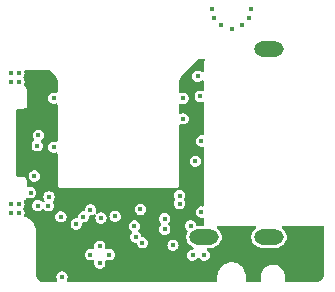
<source format=gbr>
%TF.GenerationSoftware,KiCad,Pcbnew,8.0.8*%
%TF.CreationDate,2025-02-21T00:18:55+11:00*%
%TF.ProjectId,FrameworkDongleHiderRetrofit,4672616d-6577-46f7-926b-446f6e676c65,rev?*%
%TF.SameCoordinates,Original*%
%TF.FileFunction,Copper,L2,Inr*%
%TF.FilePolarity,Positive*%
%FSLAX46Y46*%
G04 Gerber Fmt 4.6, Leading zero omitted, Abs format (unit mm)*
G04 Created by KiCad (PCBNEW 8.0.8) date 2025-02-21 00:18:55*
%MOMM*%
%LPD*%
G01*
G04 APERTURE LIST*
%TA.AperFunction,ComponentPad*%
%ADD10O,2.500000X1.300000*%
%TD*%
%TA.AperFunction,ViaPad*%
%ADD11C,0.450000*%
%TD*%
G04 APERTURE END LIST*
D10*
%TO.N,GND*%
%TO.C,J3*%
X152447500Y-109700000D03*
X157947500Y-109700000D03*
X157947500Y-93800000D03*
%TD*%
D11*
%TO.N,GND*%
X154777500Y-111390000D03*
X156227500Y-112290000D03*
X153127500Y-113090000D03*
X155677500Y-111690000D03*
X156427500Y-113090000D03*
X153327500Y-112290000D03*
X153877500Y-111690000D03*
X156227500Y-91190000D03*
X155677500Y-91790000D03*
X156427500Y-90390000D03*
X153127500Y-90390000D03*
X153327500Y-91190000D03*
X153877500Y-91790000D03*
X154777500Y-92090000D03*
X142827500Y-107390000D03*
X139727500Y-97940000D03*
%TO.N,VBUS*%
X138427500Y-102990000D03*
X150527500Y-104990000D03*
X140777500Y-110890000D03*
X150527500Y-104390000D03*
X150527500Y-104390000D03*
X147027500Y-108190000D03*
X142777500Y-106640000D03*
X142777500Y-105890000D03*
X147427500Y-106540000D03*
X150527500Y-104990000D03*
X138677500Y-99590000D03*
X138327500Y-99940000D03*
%TO.N,GND*%
X149827500Y-110390000D03*
X142827500Y-111190000D03*
X138077500Y-104540000D03*
X152477500Y-111240000D03*
X144427500Y-111190000D03*
X139737500Y-102090000D03*
X150677500Y-99690000D03*
X149127500Y-108140000D03*
X143627500Y-110490000D03*
X149127500Y-109040000D03*
X136077500Y-95840000D03*
X136777500Y-95840000D03*
X136777500Y-106940000D03*
X136077500Y-107640000D03*
X151477500Y-111240000D03*
X140427500Y-113090000D03*
X143627500Y-111890000D03*
X136077500Y-96540000D03*
X136077500Y-106940000D03*
X136777500Y-96540000D03*
X140327500Y-107990000D03*
X136777500Y-107640000D03*
X150677500Y-97960002D03*
%TO.N,RX+*%
X152127500Y-97790000D03*
X137777500Y-105940000D03*
%TO.N,Net-(P1-D+)*%
X138327500Y-101965000D03*
X141627500Y-108590000D03*
%TO.N,RX-*%
X151927500Y-96090000D03*
X139327500Y-106290000D03*
%TO.N,TX+*%
X138377500Y-107040000D03*
X150377500Y-106865000D03*
%TO.N,Net-(P1-D-)*%
X138427500Y-101090000D03*
X142227500Y-107990000D03*
%TO.N,TX-*%
X139277500Y-107040000D03*
X150377500Y-106190000D03*
%TO.N,Net-(U1-DP1+)*%
X143727500Y-108090000D03*
X147066646Y-107357107D03*
%TO.N,Net-(U1-DP3+)*%
X146561584Y-108768290D03*
%TO.N,Net-(U1-DM1-)*%
X147227500Y-110190000D03*
X144927500Y-107940000D03*
%TO.N,Net-(U1-DM3-)*%
X146677500Y-109690000D03*
%TO.N,Net-(J3-D+)*%
X152232500Y-101567377D03*
X152227500Y-107590000D03*
%TO.N,Net-(J3-D-)*%
X151727500Y-103290000D03*
X151327500Y-108740000D03*
%TD*%
%TA.AperFunction,Conductor*%
%TO.N,VBUS*%
G36*
X152501627Y-94609685D02*
G01*
X152547382Y-94662489D01*
X152557326Y-94731647D01*
X152528301Y-94795203D01*
X152522269Y-94801681D01*
X152487525Y-94836424D01*
X152487524Y-94836425D01*
X152457000Y-94910116D01*
X152457000Y-95642509D01*
X152437315Y-95709548D01*
X152384511Y-95755303D01*
X152315353Y-95765247D01*
X152251797Y-95736222D01*
X152245319Y-95729744D01*
X152242086Y-95726942D01*
X152127059Y-95653021D01*
X151995868Y-95614500D01*
X151995867Y-95614500D01*
X151859133Y-95614500D01*
X151859132Y-95614500D01*
X151727940Y-95653021D01*
X151612913Y-95726942D01*
X151612909Y-95726946D01*
X151523372Y-95830278D01*
X151523367Y-95830285D01*
X151466570Y-95954654D01*
X151466568Y-95954662D01*
X151447110Y-96090000D01*
X151466568Y-96225337D01*
X151466570Y-96225345D01*
X151523367Y-96349714D01*
X151523372Y-96349721D01*
X151612909Y-96453053D01*
X151612913Y-96453057D01*
X151673479Y-96491979D01*
X151727939Y-96526978D01*
X151763740Y-96537490D01*
X151859132Y-96565500D01*
X151859133Y-96565500D01*
X151995867Y-96565500D01*
X152127061Y-96526978D01*
X152242089Y-96453055D01*
X152242091Y-96453052D01*
X152248789Y-96447249D01*
X152250422Y-96449134D01*
X152298050Y-96418517D01*
X152367920Y-96418508D01*
X152426703Y-96456275D01*
X152455736Y-96519827D01*
X152457000Y-96537490D01*
X152457000Y-97225530D01*
X152437315Y-97292569D01*
X152384511Y-97338324D01*
X152315353Y-97348268D01*
X152298066Y-97344507D01*
X152195870Y-97314500D01*
X152195867Y-97314500D01*
X152059133Y-97314500D01*
X152059132Y-97314500D01*
X151927940Y-97353021D01*
X151812913Y-97426942D01*
X151812909Y-97426946D01*
X151723372Y-97530278D01*
X151723367Y-97530285D01*
X151666570Y-97654654D01*
X151666568Y-97654662D01*
X151647110Y-97790000D01*
X151666568Y-97925337D01*
X151666570Y-97925345D01*
X151723367Y-98049714D01*
X151723372Y-98049721D01*
X151812909Y-98153053D01*
X151812913Y-98153057D01*
X151873479Y-98191979D01*
X151927939Y-98226978D01*
X151993536Y-98246239D01*
X152059132Y-98265500D01*
X152059133Y-98265500D01*
X152195867Y-98265500D01*
X152298065Y-98235492D01*
X152367935Y-98235492D01*
X152426713Y-98273266D01*
X152455738Y-98336822D01*
X152457000Y-98354469D01*
X152457000Y-100972077D01*
X152437315Y-101039116D01*
X152384511Y-101084871D01*
X152315353Y-101094815D01*
X152303759Y-101092292D01*
X152300868Y-101091877D01*
X152300867Y-101091877D01*
X152164133Y-101091877D01*
X152164132Y-101091877D01*
X152032940Y-101130398D01*
X151917913Y-101204319D01*
X151917909Y-101204323D01*
X151828372Y-101307655D01*
X151828367Y-101307662D01*
X151771570Y-101432031D01*
X151771568Y-101432039D01*
X151752110Y-101567377D01*
X151771568Y-101702714D01*
X151771570Y-101702722D01*
X151828367Y-101827091D01*
X151828372Y-101827098D01*
X151917909Y-101930430D01*
X151917913Y-101930434D01*
X151978479Y-101969356D01*
X152032939Y-102004355D01*
X152098536Y-102023616D01*
X152164132Y-102042877D01*
X152164133Y-102042877D01*
X152300868Y-102042877D01*
X152309646Y-102041615D01*
X152309946Y-102043702D01*
X152367916Y-102043693D01*
X152426700Y-102081458D01*
X152455735Y-102145010D01*
X152457000Y-102162676D01*
X152457000Y-106996168D01*
X152437315Y-107063207D01*
X152384511Y-107108962D01*
X152315353Y-107118906D01*
X152298067Y-107115146D01*
X152295867Y-107114500D01*
X152159133Y-107114500D01*
X152159132Y-107114500D01*
X152027940Y-107153021D01*
X151912913Y-107226942D01*
X151912909Y-107226946D01*
X151823372Y-107330278D01*
X151823367Y-107330285D01*
X151766570Y-107454654D01*
X151766568Y-107454662D01*
X151747110Y-107590000D01*
X151766568Y-107725337D01*
X151766570Y-107725345D01*
X151823367Y-107849714D01*
X151823372Y-107849721D01*
X151912909Y-107953053D01*
X151912913Y-107953057D01*
X151956740Y-107981222D01*
X152027939Y-108026978D01*
X152093536Y-108046239D01*
X152159132Y-108065500D01*
X152159133Y-108065500D01*
X152295863Y-108065500D01*
X152295867Y-108065500D01*
X152298060Y-108064855D01*
X152300348Y-108064855D01*
X152304646Y-108064238D01*
X152304734Y-108064855D01*
X152367926Y-108064851D01*
X152426707Y-108102621D01*
X152455737Y-108166175D01*
X152457000Y-108183831D01*
X152457000Y-108539925D01*
X152456961Y-108579687D01*
X152456999Y-108579878D01*
X152457000Y-108579880D01*
X152457000Y-108579882D01*
X152472281Y-108616774D01*
X152472304Y-108616890D01*
X152472325Y-108616881D01*
X152472326Y-108616883D01*
X152476984Y-108628160D01*
X152479796Y-108654559D01*
X152481719Y-108664223D01*
X152481719Y-108664224D01*
X152480827Y-108664224D01*
X152484386Y-108697634D01*
X152453051Y-108760083D01*
X152392928Y-108795678D01*
X152362377Y-108799500D01*
X151923892Y-108799500D01*
X151856853Y-108779815D01*
X151811098Y-108727011D01*
X151801154Y-108693147D01*
X151792498Y-108632944D01*
X151788431Y-108604658D01*
X151758813Y-108539803D01*
X151731632Y-108480285D01*
X151731627Y-108480278D01*
X151642090Y-108376946D01*
X151642086Y-108376942D01*
X151527059Y-108303021D01*
X151395868Y-108264500D01*
X151395867Y-108264500D01*
X151259133Y-108264500D01*
X151259132Y-108264500D01*
X151127940Y-108303021D01*
X151012913Y-108376942D01*
X151012909Y-108376946D01*
X150923372Y-108480278D01*
X150923367Y-108480285D01*
X150866570Y-108604654D01*
X150866568Y-108604662D01*
X150847110Y-108740000D01*
X150866568Y-108875337D01*
X150866570Y-108875345D01*
X150923367Y-108999714D01*
X150923372Y-108999721D01*
X151012909Y-109103053D01*
X151019616Y-109108865D01*
X151018569Y-109110073D01*
X151057711Y-109155244D01*
X151067655Y-109224402D01*
X151051170Y-109267443D01*
X151052360Y-109268079D01*
X151049483Y-109273460D01*
X150981606Y-109437332D01*
X150981603Y-109437341D01*
X150947000Y-109611304D01*
X150947000Y-109788695D01*
X150981603Y-109962658D01*
X150981606Y-109962667D01*
X151049483Y-110126540D01*
X151049490Y-110126553D01*
X151148035Y-110274034D01*
X151148038Y-110274038D01*
X151273461Y-110399461D01*
X151273465Y-110399464D01*
X151420946Y-110498009D01*
X151420959Y-110498016D01*
X151488372Y-110525939D01*
X151542776Y-110569779D01*
X151564841Y-110636073D01*
X151547562Y-110703773D01*
X151496425Y-110751384D01*
X151440920Y-110764500D01*
X151409132Y-110764500D01*
X151277940Y-110803021D01*
X151162913Y-110876942D01*
X151162909Y-110876946D01*
X151073372Y-110980278D01*
X151073367Y-110980285D01*
X151016570Y-111104654D01*
X151016568Y-111104662D01*
X150997110Y-111240000D01*
X151016568Y-111375337D01*
X151016570Y-111375345D01*
X151073367Y-111499714D01*
X151073372Y-111499721D01*
X151162909Y-111603053D01*
X151162913Y-111603057D01*
X151209415Y-111632941D01*
X151277939Y-111676978D01*
X151343536Y-111696239D01*
X151409132Y-111715500D01*
X151409133Y-111715500D01*
X151545867Y-111715500D01*
X151677061Y-111676978D01*
X151792089Y-111603055D01*
X151858038Y-111526945D01*
X151883787Y-111497229D01*
X151942565Y-111459454D01*
X152012434Y-111459454D01*
X152071213Y-111497228D01*
X152071213Y-111497229D01*
X152162909Y-111603053D01*
X152162913Y-111603057D01*
X152209415Y-111632941D01*
X152277939Y-111676978D01*
X152343536Y-111696239D01*
X152409132Y-111715500D01*
X152409133Y-111715500D01*
X152545867Y-111715500D01*
X152677061Y-111676978D01*
X152792089Y-111603055D01*
X152881630Y-111499718D01*
X152938431Y-111375342D01*
X152957890Y-111240000D01*
X152938431Y-111104658D01*
X152926177Y-111077827D01*
X152881632Y-110980285D01*
X152881627Y-110980278D01*
X152792090Y-110876946D01*
X152792089Y-110876945D01*
X152754915Y-110853055D01*
X152717196Y-110828814D01*
X152671442Y-110776012D01*
X152661498Y-110706854D01*
X152690522Y-110643298D01*
X152749300Y-110605523D01*
X152784236Y-110600500D01*
X153136193Y-110600500D01*
X153136194Y-110600499D01*
X153194182Y-110588964D01*
X153310158Y-110565896D01*
X153310161Y-110565894D01*
X153310166Y-110565894D01*
X153474047Y-110498013D01*
X153621535Y-110399464D01*
X153746964Y-110274035D01*
X153845513Y-110126547D01*
X153913394Y-109962666D01*
X153915313Y-109953022D01*
X153936464Y-109846682D01*
X153948000Y-109788691D01*
X153948000Y-109611309D01*
X153948000Y-109611306D01*
X153947999Y-109611304D01*
X153913396Y-109437341D01*
X153913393Y-109437332D01*
X153845516Y-109273459D01*
X153845509Y-109273446D01*
X153746964Y-109125965D01*
X153746961Y-109125961D01*
X153621538Y-109000538D01*
X153621534Y-109000535D01*
X153573695Y-108968570D01*
X153528890Y-108914958D01*
X153520183Y-108845633D01*
X153550337Y-108782606D01*
X153609780Y-108745886D01*
X153642707Y-108741468D01*
X156747971Y-108744518D01*
X156814990Y-108764268D01*
X156860693Y-108817117D01*
X156870568Y-108886286D01*
X156841481Y-108949813D01*
X156816740Y-108971619D01*
X156773467Y-109000533D01*
X156773461Y-109000538D01*
X156648038Y-109125961D01*
X156648035Y-109125965D01*
X156549490Y-109273446D01*
X156549483Y-109273459D01*
X156481606Y-109437332D01*
X156481603Y-109437341D01*
X156447000Y-109611304D01*
X156447000Y-109788695D01*
X156481603Y-109962658D01*
X156481606Y-109962667D01*
X156549483Y-110126540D01*
X156549490Y-110126553D01*
X156648035Y-110274034D01*
X156648038Y-110274038D01*
X156773461Y-110399461D01*
X156773465Y-110399464D01*
X156920946Y-110498009D01*
X156920959Y-110498016D01*
X157043863Y-110548923D01*
X157084834Y-110565894D01*
X157084836Y-110565894D01*
X157084841Y-110565896D01*
X157258804Y-110600499D01*
X157258807Y-110600500D01*
X157258809Y-110600500D01*
X158636193Y-110600500D01*
X158636194Y-110600499D01*
X158694182Y-110588964D01*
X158810158Y-110565896D01*
X158810161Y-110565894D01*
X158810166Y-110565894D01*
X158974047Y-110498013D01*
X159121535Y-110399464D01*
X159246964Y-110274035D01*
X159345513Y-110126547D01*
X159413394Y-109962666D01*
X159415313Y-109953022D01*
X159436464Y-109846682D01*
X159448000Y-109788691D01*
X159448000Y-109611309D01*
X159448000Y-109611306D01*
X159447999Y-109611304D01*
X159413396Y-109437341D01*
X159413393Y-109437332D01*
X159345516Y-109273459D01*
X159345509Y-109273446D01*
X159246964Y-109125965D01*
X159246961Y-109125961D01*
X159121538Y-109000538D01*
X159121534Y-109000535D01*
X159081792Y-108973980D01*
X159036987Y-108920368D01*
X159028280Y-108851043D01*
X159058435Y-108788015D01*
X159117878Y-108751296D01*
X159150800Y-108746878D01*
X162513116Y-108750181D01*
X162580135Y-108769931D01*
X162625838Y-108822780D01*
X162636993Y-108874183D01*
X162636927Y-112688598D01*
X162636741Y-112690534D01*
X162636925Y-112732624D01*
X162636926Y-112733165D01*
X162636926Y-112736034D01*
X162636446Y-112746936D01*
X162625034Y-112876236D01*
X162620925Y-112898755D01*
X162587459Y-113018328D01*
X162579282Y-113039705D01*
X162526713Y-113146409D01*
X162524405Y-113151093D01*
X162512437Y-113170604D01*
X162438022Y-113270005D01*
X162422671Y-113286986D01*
X162331253Y-113371014D01*
X162313043Y-113384882D01*
X162207738Y-113450675D01*
X162187287Y-113460960D01*
X162071680Y-113506276D01*
X162049692Y-113512626D01*
X161929906Y-113535505D01*
X161909683Y-113537669D01*
X161838889Y-113539404D01*
X161836511Y-113539463D01*
X161833475Y-113539500D01*
X159411961Y-113539500D01*
X159344922Y-113519815D01*
X159299167Y-113467011D01*
X159287961Y-113415500D01*
X159287961Y-113090027D01*
X159287998Y-113089900D01*
X159288067Y-112943423D01*
X159288066Y-112943422D01*
X159288067Y-112943418D01*
X159252224Y-112756486D01*
X159181822Y-112579646D01*
X159178439Y-112574348D01*
X159079381Y-112419229D01*
X159079379Y-112419227D01*
X158948560Y-112280966D01*
X158794055Y-112169818D01*
X158794054Y-112169817D01*
X158794052Y-112169816D01*
X158621374Y-112089747D01*
X158621372Y-112089746D01*
X158436710Y-112043625D01*
X158436713Y-112043625D01*
X158246666Y-112033102D01*
X158246662Y-112033102D01*
X158246661Y-112033102D01*
X158203903Y-112038871D01*
X158058037Y-112058552D01*
X158058033Y-112058553D01*
X157877570Y-112119069D01*
X157877567Y-112119071D01*
X157711734Y-112212481D01*
X157566449Y-112335455D01*
X157566448Y-112335457D01*
X157446927Y-112483577D01*
X157446924Y-112483580D01*
X157446924Y-112483582D01*
X157395745Y-112579646D01*
X157357427Y-112651569D01*
X157301164Y-112833400D01*
X157301163Y-112833403D01*
X157296275Y-112877606D01*
X157292235Y-112892483D01*
X157293389Y-112892747D01*
X157290671Y-112904657D01*
X157289930Y-112931104D01*
X157289221Y-112941315D01*
X157286298Y-112967629D01*
X157286941Y-112975110D01*
X157286233Y-112987909D01*
X157286961Y-112987909D01*
X157286961Y-113035462D01*
X157286912Y-113038933D01*
X157285833Y-113077459D01*
X157286961Y-113090824D01*
X157286961Y-113415500D01*
X157267276Y-113482539D01*
X157214472Y-113528294D01*
X157162961Y-113539500D01*
X156111961Y-113539500D01*
X156044922Y-113519815D01*
X155999167Y-113467011D01*
X155987961Y-113415500D01*
X155987961Y-113091273D01*
X155988088Y-113089987D01*
X155988074Y-113089987D01*
X155988132Y-113038665D01*
X155988253Y-112931904D01*
X155950610Y-112721727D01*
X155944435Y-112705040D01*
X155876510Y-112521481D01*
X155876509Y-112521478D01*
X155768273Y-112337427D01*
X155768271Y-112337424D01*
X155629281Y-112175329D01*
X155629280Y-112175328D01*
X155560389Y-112119071D01*
X155463897Y-112040274D01*
X155277298Y-111936486D01*
X155277293Y-111936484D01*
X155277291Y-111936483D01*
X155075327Y-111867214D01*
X155075322Y-111867213D01*
X154891940Y-111838896D01*
X154864304Y-111834629D01*
X154864303Y-111834629D01*
X154864297Y-111834628D01*
X154650853Y-111839748D01*
X154650843Y-111839750D01*
X154441637Y-111882414D01*
X154441628Y-111882417D01*
X154243208Y-111961295D01*
X154061812Y-112073906D01*
X154061805Y-112073910D01*
X154061802Y-112073913D01*
X154061800Y-112073915D01*
X153903084Y-112216744D01*
X153772030Y-112385315D01*
X153672743Y-112574346D01*
X153672738Y-112574356D01*
X153611304Y-112768519D01*
X153608329Y-112777922D01*
X153601118Y-112833403D01*
X153580808Y-112989661D01*
X153580808Y-112989662D01*
X153585682Y-113088849D01*
X153585831Y-113094709D01*
X153586412Y-113415275D01*
X153566849Y-113482350D01*
X153514128Y-113528201D01*
X153462412Y-113539500D01*
X140936754Y-113539500D01*
X140869715Y-113519815D01*
X140823960Y-113467011D01*
X140814016Y-113397853D01*
X140828811Y-113358181D01*
X140827946Y-113357786D01*
X140860279Y-113286986D01*
X140888431Y-113225342D01*
X140907890Y-113090000D01*
X140888431Y-112954658D01*
X140860157Y-112892747D01*
X140831632Y-112830285D01*
X140831627Y-112830278D01*
X140742090Y-112726946D01*
X140742086Y-112726942D01*
X140627059Y-112653021D01*
X140495868Y-112614500D01*
X140495867Y-112614500D01*
X140359133Y-112614500D01*
X140359132Y-112614500D01*
X140227940Y-112653021D01*
X140112913Y-112726942D01*
X140112909Y-112726946D01*
X140023372Y-112830278D01*
X140023367Y-112830285D01*
X139966570Y-112954654D01*
X139966568Y-112954662D01*
X139947110Y-113090000D01*
X139966568Y-113225337D01*
X139966570Y-113225345D01*
X140027054Y-113357786D01*
X140025508Y-113358491D01*
X140042246Y-113415506D01*
X140022558Y-113482545D01*
X139969752Y-113528297D01*
X139918246Y-113539500D01*
X139039104Y-113539500D01*
X139036931Y-113539290D01*
X138992166Y-113539477D01*
X138980721Y-113538995D01*
X138851289Y-113527543D01*
X138828777Y-113523432D01*
X138709213Y-113489947D01*
X138687840Y-113481768D01*
X138576466Y-113426882D01*
X138556959Y-113414914D01*
X138457570Y-113340496D01*
X138440595Y-113325148D01*
X138356572Y-113233731D01*
X138342707Y-113215525D01*
X138308892Y-113161404D01*
X138276912Y-113110220D01*
X138266633Y-113089785D01*
X138221310Y-112974183D01*
X138214962Y-112952211D01*
X138191936Y-112831727D01*
X138189772Y-112811507D01*
X138187998Y-112739064D01*
X138187961Y-112736030D01*
X138187961Y-111190000D01*
X142347110Y-111190000D01*
X142366568Y-111325337D01*
X142366570Y-111325345D01*
X142423367Y-111449714D01*
X142423372Y-111449721D01*
X142512909Y-111553053D01*
X142512913Y-111553057D01*
X142573479Y-111591979D01*
X142627939Y-111626978D01*
X142693536Y-111646239D01*
X142759132Y-111665500D01*
X142759133Y-111665500D01*
X142895867Y-111665500D01*
X143006753Y-111632941D01*
X143076621Y-111632941D01*
X143135400Y-111670715D01*
X143164425Y-111734271D01*
X143164425Y-111769564D01*
X143147110Y-111889999D01*
X143166568Y-112025337D01*
X143166570Y-112025345D01*
X143223367Y-112149714D01*
X143223372Y-112149721D01*
X143312909Y-112253053D01*
X143312913Y-112253057D01*
X143361987Y-112284594D01*
X143427939Y-112326978D01*
X143493536Y-112346239D01*
X143559132Y-112365500D01*
X143559133Y-112365500D01*
X143695867Y-112365500D01*
X143827061Y-112326978D01*
X143942089Y-112253055D01*
X144031630Y-112149718D01*
X144088431Y-112025342D01*
X144107890Y-111890000D01*
X144090574Y-111769564D01*
X144100518Y-111700407D01*
X144146273Y-111647603D01*
X144213312Y-111627918D01*
X144248247Y-111632941D01*
X144359132Y-111665500D01*
X144359133Y-111665500D01*
X144495867Y-111665500D01*
X144627061Y-111626978D01*
X144742089Y-111553055D01*
X144831630Y-111449718D01*
X144888431Y-111325342D01*
X144907890Y-111190000D01*
X144888431Y-111054658D01*
X144854466Y-110980285D01*
X144831632Y-110930285D01*
X144831627Y-110930278D01*
X144742090Y-110826946D01*
X144742086Y-110826942D01*
X144627059Y-110753021D01*
X144495868Y-110714500D01*
X144495867Y-110714500D01*
X144359133Y-110714500D01*
X144359130Y-110714500D01*
X144248246Y-110747058D01*
X144178376Y-110747058D01*
X144119599Y-110709283D01*
X144090574Y-110645727D01*
X144090574Y-110610434D01*
X144107890Y-110490000D01*
X144088431Y-110354658D01*
X144051613Y-110274038D01*
X144031632Y-110230285D01*
X144031627Y-110230278D01*
X143942090Y-110126946D01*
X143942086Y-110126942D01*
X143829613Y-110054662D01*
X143827061Y-110053022D01*
X143827060Y-110053021D01*
X143827059Y-110053021D01*
X143695868Y-110014500D01*
X143695867Y-110014500D01*
X143559133Y-110014500D01*
X143559132Y-110014500D01*
X143427940Y-110053021D01*
X143312913Y-110126942D01*
X143312909Y-110126946D01*
X143223372Y-110230278D01*
X143223367Y-110230285D01*
X143166570Y-110354654D01*
X143166568Y-110354662D01*
X143147110Y-110490000D01*
X143164425Y-110610435D01*
X143154481Y-110679593D01*
X143108726Y-110732397D01*
X143041686Y-110752081D01*
X143006753Y-110747058D01*
X142895869Y-110714500D01*
X142895867Y-110714500D01*
X142759133Y-110714500D01*
X142759132Y-110714500D01*
X142627940Y-110753021D01*
X142512913Y-110826942D01*
X142512909Y-110826946D01*
X142423372Y-110930278D01*
X142423367Y-110930285D01*
X142366570Y-111054654D01*
X142366568Y-111054662D01*
X142347110Y-111190000D01*
X138187961Y-111190000D01*
X138187961Y-109149778D01*
X138187963Y-109149046D01*
X138188004Y-109142114D01*
X138188587Y-109043370D01*
X138157319Y-108848368D01*
X138094553Y-108661115D01*
X138056817Y-108590000D01*
X141147110Y-108590000D01*
X141166568Y-108725337D01*
X141166570Y-108725345D01*
X141223367Y-108849714D01*
X141223372Y-108849721D01*
X141312909Y-108953053D01*
X141312913Y-108953057D01*
X141345471Y-108973980D01*
X141427939Y-109026978D01*
X141472288Y-109040000D01*
X141559132Y-109065500D01*
X141559133Y-109065500D01*
X141695867Y-109065500D01*
X141827061Y-109026978D01*
X141942089Y-108953055D01*
X142031630Y-108849718D01*
X142068817Y-108768290D01*
X146081194Y-108768290D01*
X146100652Y-108903627D01*
X146100654Y-108903635D01*
X146157451Y-109028004D01*
X146157456Y-109028011D01*
X146227516Y-109108865D01*
X146246995Y-109131345D01*
X146309927Y-109171788D01*
X146355683Y-109224591D01*
X146365627Y-109293749D01*
X146336603Y-109357305D01*
X146336603Y-109357306D01*
X146273370Y-109430282D01*
X146273367Y-109430285D01*
X146216570Y-109554654D01*
X146216568Y-109554662D01*
X146197110Y-109690000D01*
X146216568Y-109825337D01*
X146216570Y-109825345D01*
X146273367Y-109949714D01*
X146273372Y-109949721D01*
X146362909Y-110053053D01*
X146362913Y-110053057D01*
X146423479Y-110091979D01*
X146477939Y-110126978D01*
X146489202Y-110130285D01*
X146609132Y-110165500D01*
X146636141Y-110165500D01*
X146703180Y-110185185D01*
X146748935Y-110237989D01*
X146758878Y-110271851D01*
X146759193Y-110274038D01*
X146766568Y-110325336D01*
X146766570Y-110325345D01*
X146823367Y-110449714D01*
X146823372Y-110449721D01*
X146912909Y-110553053D01*
X146912913Y-110553057D01*
X146932892Y-110565896D01*
X147027939Y-110626978D01*
X147058914Y-110636073D01*
X147159132Y-110665500D01*
X147159133Y-110665500D01*
X147295867Y-110665500D01*
X147427061Y-110626978D01*
X147542089Y-110553055D01*
X147631630Y-110449718D01*
X147658902Y-110390000D01*
X149347110Y-110390000D01*
X149366568Y-110525337D01*
X149366570Y-110525345D01*
X149423367Y-110649714D01*
X149423372Y-110649721D01*
X149512909Y-110753053D01*
X149512913Y-110753057D01*
X149548633Y-110776012D01*
X149627939Y-110826978D01*
X149693536Y-110846239D01*
X149759132Y-110865500D01*
X149759133Y-110865500D01*
X149895867Y-110865500D01*
X150027061Y-110826978D01*
X150142089Y-110753055D01*
X150231630Y-110649718D01*
X150288431Y-110525342D01*
X150307890Y-110390000D01*
X150288431Y-110254658D01*
X150276177Y-110227827D01*
X150231632Y-110130285D01*
X150231627Y-110130278D01*
X150142090Y-110026946D01*
X150142086Y-110026942D01*
X150042069Y-109962667D01*
X150027061Y-109953022D01*
X150027060Y-109953021D01*
X150027059Y-109953021D01*
X149895868Y-109914500D01*
X149895867Y-109914500D01*
X149759133Y-109914500D01*
X149759132Y-109914500D01*
X149627940Y-109953021D01*
X149512913Y-110026942D01*
X149512909Y-110026946D01*
X149423372Y-110130278D01*
X149423367Y-110130285D01*
X149366570Y-110254654D01*
X149366568Y-110254662D01*
X149347110Y-110390000D01*
X147658902Y-110390000D01*
X147688431Y-110325342D01*
X147707890Y-110190000D01*
X147688431Y-110054658D01*
X147646420Y-109962667D01*
X147631632Y-109930285D01*
X147631627Y-109930278D01*
X147542090Y-109826946D01*
X147542086Y-109826942D01*
X147427059Y-109753021D01*
X147295868Y-109714500D01*
X147295867Y-109714500D01*
X147268859Y-109714500D01*
X147201820Y-109694815D01*
X147156065Y-109642011D01*
X147146121Y-109608146D01*
X147138431Y-109554658D01*
X147120548Y-109515500D01*
X147081632Y-109430285D01*
X147081627Y-109430278D01*
X146992090Y-109326946D01*
X146992086Y-109326942D01*
X146929156Y-109286501D01*
X146883400Y-109233698D01*
X146873456Y-109164539D01*
X146902478Y-109100986D01*
X146965714Y-109028008D01*
X146966185Y-109026978D01*
X146991466Y-108971619D01*
X147022515Y-108903632D01*
X147041974Y-108768290D01*
X147022515Y-108632948D01*
X146998966Y-108581383D01*
X146965716Y-108508575D01*
X146965711Y-108508568D01*
X146876174Y-108405236D01*
X146876170Y-108405232D01*
X146778663Y-108342570D01*
X146761145Y-108331312D01*
X146761144Y-108331311D01*
X146761143Y-108331311D01*
X146629952Y-108292790D01*
X146629951Y-108292790D01*
X146493217Y-108292790D01*
X146493216Y-108292790D01*
X146362024Y-108331311D01*
X146246997Y-108405232D01*
X146246993Y-108405236D01*
X146157456Y-108508568D01*
X146157451Y-108508575D01*
X146100654Y-108632944D01*
X146100652Y-108632952D01*
X146081194Y-108768290D01*
X142068817Y-108768290D01*
X142088431Y-108725342D01*
X142107890Y-108590000D01*
X142107890Y-108589999D01*
X142107890Y-108589500D01*
X142108030Y-108589020D01*
X142109152Y-108581222D01*
X142110273Y-108581383D01*
X142127575Y-108522461D01*
X142180379Y-108476706D01*
X142231890Y-108465500D01*
X142295867Y-108465500D01*
X142427061Y-108426978D01*
X142542089Y-108353055D01*
X142631630Y-108249718D01*
X142688431Y-108125342D01*
X142707890Y-107990000D01*
X142707890Y-107989999D01*
X142707890Y-107989500D01*
X142708030Y-107989020D01*
X142709152Y-107981222D01*
X142710273Y-107981383D01*
X142727575Y-107922461D01*
X142780379Y-107876706D01*
X142831890Y-107865500D01*
X142895867Y-107865500D01*
X143027061Y-107826978D01*
X143093332Y-107784388D01*
X143160370Y-107764704D01*
X143227409Y-107784389D01*
X143273164Y-107837193D01*
X143283108Y-107906351D01*
X143273166Y-107940211D01*
X143266570Y-107954653D01*
X143266568Y-107954662D01*
X143247110Y-108090000D01*
X143266568Y-108225337D01*
X143266570Y-108225345D01*
X143323367Y-108349714D01*
X143323372Y-108349721D01*
X143412909Y-108453053D01*
X143412913Y-108453057D01*
X143455282Y-108480285D01*
X143527939Y-108526978D01*
X143593536Y-108546239D01*
X143659132Y-108565500D01*
X143659133Y-108565500D01*
X143795867Y-108565500D01*
X143927061Y-108526978D01*
X144042089Y-108453055D01*
X144131630Y-108349718D01*
X144134895Y-108342570D01*
X144148691Y-108312360D01*
X144188431Y-108225342D01*
X144207890Y-108090000D01*
X144188431Y-107954658D01*
X144181737Y-107940000D01*
X144447110Y-107940000D01*
X144466568Y-108075337D01*
X144466570Y-108075345D01*
X144523367Y-108199714D01*
X144523372Y-108199721D01*
X144612909Y-108303053D01*
X144612913Y-108303057D01*
X144656880Y-108331312D01*
X144727939Y-108376978D01*
X144793536Y-108396239D01*
X144859132Y-108415500D01*
X144859133Y-108415500D01*
X144995867Y-108415500D01*
X145127061Y-108376978D01*
X145242089Y-108303055D01*
X145331630Y-108199718D01*
X145358902Y-108140000D01*
X148647110Y-108140000D01*
X148666568Y-108275337D01*
X148666570Y-108275345D01*
X148723367Y-108399714D01*
X148723372Y-108399722D01*
X148817887Y-108508798D01*
X148846912Y-108572353D01*
X148836968Y-108641512D01*
X148817887Y-108671202D01*
X148723372Y-108780277D01*
X148723367Y-108780285D01*
X148666570Y-108904654D01*
X148666568Y-108904662D01*
X148647110Y-109040000D01*
X148666568Y-109175337D01*
X148666570Y-109175345D01*
X148723367Y-109299714D01*
X148723372Y-109299721D01*
X148812909Y-109403053D01*
X148812913Y-109403057D01*
X148855282Y-109430285D01*
X148927939Y-109476978D01*
X148993536Y-109496239D01*
X149059132Y-109515500D01*
X149059133Y-109515500D01*
X149195867Y-109515500D01*
X149327061Y-109476978D01*
X149442089Y-109403055D01*
X149531630Y-109299718D01*
X149588431Y-109175342D01*
X149607890Y-109040000D01*
X149588431Y-108904658D01*
X149556211Y-108834106D01*
X149531632Y-108780285D01*
X149531630Y-108780283D01*
X149531630Y-108780282D01*
X149442089Y-108676945D01*
X149442085Y-108676942D01*
X149437112Y-108671203D01*
X149408087Y-108607647D01*
X149418031Y-108538489D01*
X149437112Y-108508797D01*
X149442085Y-108503057D01*
X149442089Y-108503055D01*
X149531630Y-108399718D01*
X149588431Y-108275342D01*
X149607890Y-108140000D01*
X149588431Y-108004658D01*
X149576177Y-107977827D01*
X149531632Y-107880285D01*
X149531627Y-107880278D01*
X149442090Y-107776946D01*
X149442086Y-107776942D01*
X149327059Y-107703021D01*
X149195868Y-107664500D01*
X149195867Y-107664500D01*
X149059133Y-107664500D01*
X149059132Y-107664500D01*
X148927940Y-107703021D01*
X148812913Y-107776942D01*
X148812909Y-107776946D01*
X148723372Y-107880278D01*
X148723367Y-107880285D01*
X148666570Y-108004654D01*
X148666568Y-108004662D01*
X148647110Y-108140000D01*
X145358902Y-108140000D01*
X145388431Y-108075342D01*
X145407890Y-107940000D01*
X145388431Y-107804658D01*
X145375040Y-107775337D01*
X145331632Y-107680285D01*
X145331627Y-107680278D01*
X145242090Y-107576946D01*
X145242086Y-107576942D01*
X145129613Y-107504662D01*
X145127061Y-107503022D01*
X145127060Y-107503021D01*
X145127059Y-107503021D01*
X144995868Y-107464500D01*
X144995867Y-107464500D01*
X144859133Y-107464500D01*
X144859132Y-107464500D01*
X144727940Y-107503021D01*
X144612913Y-107576942D01*
X144612909Y-107576946D01*
X144523372Y-107680278D01*
X144523367Y-107680285D01*
X144466570Y-107804654D01*
X144466568Y-107804662D01*
X144447110Y-107940000D01*
X144181737Y-107940000D01*
X144154466Y-107880285D01*
X144131632Y-107830285D01*
X144131627Y-107830278D01*
X144042090Y-107726946D01*
X144042086Y-107726942D01*
X143927059Y-107653021D01*
X143795868Y-107614500D01*
X143795867Y-107614500D01*
X143659133Y-107614500D01*
X143659132Y-107614500D01*
X143527943Y-107653020D01*
X143527940Y-107653021D01*
X143527939Y-107653022D01*
X143461667Y-107695612D01*
X143394627Y-107715295D01*
X143327588Y-107695609D01*
X143281834Y-107642805D01*
X143271891Y-107573646D01*
X143281836Y-107539782D01*
X143288431Y-107525342D01*
X143307890Y-107390000D01*
X143303161Y-107357107D01*
X146586256Y-107357107D01*
X146605714Y-107492444D01*
X146605716Y-107492452D01*
X146662513Y-107616821D01*
X146662518Y-107616828D01*
X146752055Y-107720160D01*
X146752059Y-107720164D01*
X146801505Y-107751940D01*
X146867085Y-107794085D01*
X146903107Y-107804662D01*
X146998278Y-107832607D01*
X146998279Y-107832607D01*
X147135013Y-107832607D01*
X147266207Y-107794085D01*
X147381235Y-107720162D01*
X147470776Y-107616825D01*
X147527577Y-107492449D01*
X147547036Y-107357107D01*
X147527577Y-107221765D01*
X147496183Y-107153022D01*
X147470778Y-107097392D01*
X147470773Y-107097385D01*
X147381236Y-106994053D01*
X147381232Y-106994049D01*
X147266205Y-106920128D01*
X147135014Y-106881607D01*
X147135013Y-106881607D01*
X146998279Y-106881607D01*
X146998278Y-106881607D01*
X146867086Y-106920128D01*
X146752059Y-106994049D01*
X146752055Y-106994053D01*
X146662518Y-107097385D01*
X146662513Y-107097392D01*
X146605716Y-107221761D01*
X146605714Y-107221769D01*
X146586256Y-107357107D01*
X143303161Y-107357107D01*
X143288431Y-107254658D01*
X143273407Y-107221761D01*
X143231632Y-107130285D01*
X143231627Y-107130278D01*
X143142090Y-107026946D01*
X143142086Y-107026942D01*
X143027059Y-106953021D01*
X142895868Y-106914500D01*
X142895867Y-106914500D01*
X142759133Y-106914500D01*
X142759132Y-106914500D01*
X142627940Y-106953021D01*
X142512913Y-107026942D01*
X142512909Y-107026946D01*
X142423372Y-107130278D01*
X142423367Y-107130285D01*
X142366570Y-107254654D01*
X142366568Y-107254662D01*
X142347110Y-107390000D01*
X142347110Y-107390500D01*
X142346969Y-107390979D01*
X142345848Y-107398778D01*
X142344726Y-107398616D01*
X142327425Y-107457539D01*
X142274621Y-107503294D01*
X142223110Y-107514500D01*
X142159132Y-107514500D01*
X142027940Y-107553021D01*
X141912913Y-107626942D01*
X141912909Y-107626946D01*
X141823372Y-107730278D01*
X141823367Y-107730285D01*
X141766570Y-107854654D01*
X141766568Y-107854662D01*
X141747110Y-107990000D01*
X141747110Y-107990500D01*
X141746969Y-107990979D01*
X141745848Y-107998778D01*
X141744726Y-107998616D01*
X141727425Y-108057539D01*
X141674621Y-108103294D01*
X141623110Y-108114500D01*
X141559132Y-108114500D01*
X141427940Y-108153021D01*
X141312913Y-108226942D01*
X141312909Y-108226946D01*
X141223372Y-108330278D01*
X141223367Y-108330285D01*
X141166570Y-108454654D01*
X141166568Y-108454662D01*
X141147110Y-108590000D01*
X138056817Y-108590000D01*
X138023375Y-108526978D01*
X138001983Y-108486663D01*
X137882107Y-108329719D01*
X137882104Y-108329715D01*
X137738152Y-108194508D01*
X137651892Y-108136795D01*
X137574016Y-108084691D01*
X137574015Y-108084690D01*
X137574010Y-108084687D01*
X137531641Y-108065500D01*
X137394108Y-108003218D01*
X137394102Y-108003216D01*
X137344581Y-107990000D01*
X139847110Y-107990000D01*
X139866568Y-108125337D01*
X139866570Y-108125345D01*
X139923367Y-108249714D01*
X139923372Y-108249721D01*
X140012909Y-108353053D01*
X140012913Y-108353057D01*
X140055050Y-108380136D01*
X140127939Y-108426978D01*
X140160685Y-108436593D01*
X140259132Y-108465500D01*
X140259133Y-108465500D01*
X140395867Y-108465500D01*
X140527061Y-108426978D01*
X140642089Y-108353055D01*
X140731630Y-108249718D01*
X140788431Y-108125342D01*
X140807890Y-107990000D01*
X140788431Y-107854658D01*
X140767099Y-107807947D01*
X140731632Y-107730285D01*
X140731627Y-107730278D01*
X140642090Y-107626946D01*
X140642086Y-107626942D01*
X140527059Y-107553021D01*
X140395868Y-107514500D01*
X140395867Y-107514500D01*
X140259133Y-107514500D01*
X140259132Y-107514500D01*
X140127940Y-107553021D01*
X140012913Y-107626942D01*
X140012909Y-107626946D01*
X139923372Y-107730278D01*
X139923367Y-107730285D01*
X139866570Y-107854654D01*
X139866568Y-107854662D01*
X139847110Y-107990000D01*
X137344581Y-107990000D01*
X137304360Y-107979266D01*
X137244663Y-107942960D01*
X137214071Y-107880144D01*
X137222297Y-107810760D01*
X137223519Y-107807993D01*
X137238431Y-107775342D01*
X137257890Y-107640000D01*
X137238431Y-107504658D01*
X137186515Y-107390979D01*
X137181632Y-107380286D01*
X137181631Y-107380285D01*
X137181630Y-107380282D01*
X137173762Y-107371201D01*
X137144738Y-107307651D01*
X137154679Y-107238492D01*
X137173759Y-107208801D01*
X137181630Y-107199718D01*
X137238431Y-107075342D01*
X137243512Y-107040000D01*
X137897110Y-107040000D01*
X137916568Y-107175337D01*
X137916570Y-107175345D01*
X137973367Y-107299714D01*
X137973372Y-107299721D01*
X138062909Y-107403053D01*
X138062913Y-107403057D01*
X138123479Y-107441979D01*
X138177939Y-107476978D01*
X138230639Y-107492452D01*
X138309132Y-107515500D01*
X138309133Y-107515500D01*
X138445867Y-107515500D01*
X138577061Y-107476978D01*
X138692089Y-107403055D01*
X138733789Y-107354930D01*
X138792564Y-107317157D01*
X138862434Y-107317157D01*
X138921209Y-107354928D01*
X138962911Y-107403055D01*
X138962914Y-107403057D01*
X138962913Y-107403057D01*
X139023479Y-107441979D01*
X139077939Y-107476978D01*
X139130639Y-107492452D01*
X139209132Y-107515500D01*
X139209133Y-107515500D01*
X139345867Y-107515500D01*
X139477061Y-107476978D01*
X139592089Y-107403055D01*
X139681630Y-107299718D01*
X139738431Y-107175342D01*
X139757890Y-107040000D01*
X139738431Y-106904658D01*
X139720320Y-106865000D01*
X139681632Y-106780285D01*
X139681629Y-106780281D01*
X139681626Y-106780278D01*
X139677098Y-106775052D01*
X139648075Y-106711496D01*
X139658019Y-106642338D01*
X139677095Y-106612654D01*
X139731630Y-106549718D01*
X139788431Y-106425342D01*
X139807890Y-106290000D01*
X139793512Y-106190000D01*
X149897110Y-106190000D01*
X149916568Y-106325337D01*
X149916570Y-106325345D01*
X149962239Y-106425345D01*
X149973370Y-106449718D01*
X149973373Y-106449721D01*
X149978163Y-106457175D01*
X149976008Y-106458559D01*
X149999433Y-106509869D01*
X149989481Y-106579026D01*
X149977622Y-106597477D01*
X149978163Y-106597825D01*
X149973367Y-106605287D01*
X149916570Y-106729654D01*
X149916568Y-106729662D01*
X149897110Y-106865000D01*
X149916568Y-107000337D01*
X149916570Y-107000345D01*
X149973367Y-107124714D01*
X149973372Y-107124721D01*
X150062909Y-107228053D01*
X150062913Y-107228057D01*
X150104313Y-107254662D01*
X150177939Y-107301978D01*
X150229634Y-107317157D01*
X150309132Y-107340500D01*
X150309133Y-107340500D01*
X150445867Y-107340500D01*
X150577061Y-107301978D01*
X150692089Y-107228055D01*
X150781630Y-107124718D01*
X150786002Y-107115146D01*
X150809721Y-107063207D01*
X150838431Y-107000342D01*
X150857890Y-106865000D01*
X150838431Y-106729658D01*
X150806573Y-106659899D01*
X150781632Y-106605285D01*
X150776835Y-106597821D01*
X150778992Y-106596434D01*
X150755570Y-106545150D01*
X150765511Y-106475991D01*
X150777377Y-106457527D01*
X150776835Y-106457179D01*
X150781627Y-106449720D01*
X150781630Y-106449718D01*
X150838431Y-106325342D01*
X150857890Y-106190000D01*
X150838431Y-106054658D01*
X150813523Y-106000118D01*
X150781632Y-105930285D01*
X150781627Y-105930278D01*
X150692090Y-105826946D01*
X150692086Y-105826942D01*
X150577059Y-105753021D01*
X150445868Y-105714500D01*
X150445867Y-105714500D01*
X150309133Y-105714500D01*
X150308448Y-105714500D01*
X150244316Y-105695668D01*
X150235168Y-105715702D01*
X150185290Y-105747757D01*
X150186011Y-105749335D01*
X150177940Y-105753020D01*
X150062913Y-105826942D01*
X150062909Y-105826946D01*
X149973372Y-105930278D01*
X149973367Y-105930285D01*
X149916570Y-106054654D01*
X149916568Y-106054662D01*
X149897110Y-106190000D01*
X139793512Y-106190000D01*
X139788431Y-106154658D01*
X139752210Y-106075345D01*
X139731632Y-106030285D01*
X139731627Y-106030278D01*
X139642090Y-105926946D01*
X139642086Y-105926942D01*
X139527059Y-105853021D01*
X139395868Y-105814500D01*
X139395867Y-105814500D01*
X139259133Y-105814500D01*
X139259132Y-105814500D01*
X139127940Y-105853021D01*
X139012913Y-105926942D01*
X139012909Y-105926946D01*
X138923372Y-106030278D01*
X138923367Y-106030285D01*
X138866570Y-106154654D01*
X138866568Y-106154662D01*
X138847110Y-106290000D01*
X138866568Y-106425337D01*
X138866570Y-106425345D01*
X138923367Y-106549714D01*
X138923370Y-106549718D01*
X138927897Y-106554942D01*
X138956923Y-106618497D01*
X138946982Y-106687656D01*
X138927898Y-106717351D01*
X138921211Y-106725068D01*
X138862432Y-106762842D01*
X138792563Y-106762841D01*
X138733786Y-106725066D01*
X138692090Y-106676946D01*
X138692086Y-106676942D01*
X138600459Y-106618059D01*
X138577061Y-106603022D01*
X138577060Y-106603021D01*
X138577059Y-106603021D01*
X138445868Y-106564500D01*
X138445867Y-106564500D01*
X138309133Y-106564500D01*
X138309132Y-106564500D01*
X138177940Y-106603021D01*
X138062913Y-106676942D01*
X138062909Y-106676946D01*
X137973372Y-106780278D01*
X137973367Y-106780285D01*
X137916570Y-106904654D01*
X137916568Y-106904662D01*
X137897110Y-107040000D01*
X137243512Y-107040000D01*
X137257890Y-106940000D01*
X137238431Y-106804658D01*
X137203904Y-106729056D01*
X137193961Y-106659899D01*
X137222986Y-106596343D01*
X137253306Y-106573345D01*
X137252318Y-106571765D01*
X137258505Y-106567896D01*
X137258505Y-106567895D01*
X137258509Y-106567894D01*
X137350129Y-106494353D01*
X137417030Y-106408009D01*
X137473651Y-106367074D01*
X137543415Y-106363247D01*
X137569428Y-106374277D01*
X137569877Y-106373296D01*
X137577936Y-106376976D01*
X137577939Y-106376978D01*
X137643536Y-106396239D01*
X137709132Y-106415500D01*
X137709133Y-106415500D01*
X137845867Y-106415500D01*
X137977061Y-106376978D01*
X138092089Y-106303055D01*
X138181630Y-106199718D01*
X138238431Y-106075342D01*
X138257890Y-105940000D01*
X138238431Y-105804658D01*
X138226177Y-105777827D01*
X138181632Y-105680285D01*
X138181627Y-105680278D01*
X138092090Y-105576946D01*
X138092086Y-105576942D01*
X137997341Y-105516055D01*
X137977061Y-105503022D01*
X137977060Y-105503021D01*
X137977059Y-105503021D01*
X137845868Y-105464500D01*
X137845867Y-105464500D01*
X137709133Y-105464500D01*
X137709132Y-105464500D01*
X137646896Y-105482774D01*
X137577026Y-105482774D01*
X137518248Y-105444999D01*
X137489223Y-105381444D01*
X137487961Y-105363797D01*
X137487961Y-105094278D01*
X137488006Y-105090936D01*
X137489390Y-105039595D01*
X137489390Y-105039592D01*
X137479404Y-104992021D01*
X137465282Y-104924746D01*
X137465277Y-104924736D01*
X137464923Y-104923681D01*
X137464892Y-104922888D01*
X137463784Y-104917609D01*
X137464679Y-104917421D01*
X137462207Y-104853864D01*
X137464519Y-104849938D01*
X137414510Y-104817799D01*
X137411560Y-104814263D01*
X137341600Y-104727187D01*
X137341594Y-104727181D01*
X137248827Y-104655334D01*
X137248826Y-104655333D01*
X137248823Y-104655331D01*
X137141867Y-104607048D01*
X137141863Y-104607046D01*
X137124706Y-104603743D01*
X137098040Y-104595030D01*
X137096165Y-104594562D01*
X137079109Y-104593730D01*
X137061848Y-104591668D01*
X137045079Y-104588459D01*
X137045078Y-104588459D01*
X137036980Y-104588518D01*
X137027369Y-104589500D01*
X136995364Y-104589500D01*
X136989326Y-104589353D01*
X136987846Y-104589280D01*
X136957390Y-104587795D01*
X136955002Y-104588151D01*
X136936761Y-104589500D01*
X136651961Y-104589500D01*
X136584922Y-104569815D01*
X136559087Y-104540000D01*
X137597110Y-104540000D01*
X137616568Y-104675337D01*
X137616570Y-104675346D01*
X137621020Y-104685089D01*
X137630962Y-104754248D01*
X137624276Y-104768886D01*
X137629539Y-104769435D01*
X137676165Y-104802944D01*
X137762911Y-104903055D01*
X137762913Y-104903056D01*
X137762913Y-104903057D01*
X137793772Y-104922888D01*
X137877939Y-104976978D01*
X137923991Y-104990500D01*
X138009132Y-105015500D01*
X138009133Y-105015500D01*
X138145867Y-105015500D01*
X138277061Y-104976978D01*
X138392089Y-104903055D01*
X138481630Y-104799718D01*
X138538431Y-104675342D01*
X138557890Y-104540000D01*
X138538431Y-104404658D01*
X138526177Y-104377827D01*
X138481632Y-104280285D01*
X138481627Y-104280278D01*
X138392090Y-104176946D01*
X138392086Y-104176942D01*
X138277059Y-104103021D01*
X138145868Y-104064500D01*
X138145867Y-104064500D01*
X138009133Y-104064500D01*
X138009132Y-104064500D01*
X137877940Y-104103021D01*
X137762913Y-104176942D01*
X137762909Y-104176946D01*
X137673372Y-104280278D01*
X137673367Y-104280285D01*
X137616570Y-104404654D01*
X137616568Y-104404662D01*
X137597110Y-104540000D01*
X136559087Y-104540000D01*
X136539167Y-104517011D01*
X136527961Y-104465500D01*
X136527961Y-101965000D01*
X137847110Y-101965000D01*
X137866568Y-102100337D01*
X137866570Y-102100345D01*
X137923367Y-102224714D01*
X137923372Y-102224721D01*
X138012909Y-102328053D01*
X138012913Y-102328057D01*
X138046624Y-102349721D01*
X138127939Y-102401978D01*
X138193536Y-102421239D01*
X138259132Y-102440500D01*
X138259133Y-102440500D01*
X138395867Y-102440500D01*
X138527061Y-102401978D01*
X138642089Y-102328055D01*
X138731630Y-102224718D01*
X138788431Y-102100342D01*
X138807890Y-101965000D01*
X138788431Y-101829658D01*
X138741524Y-101726946D01*
X138731632Y-101705285D01*
X138731627Y-101705277D01*
X138688702Y-101655739D01*
X138659677Y-101592183D01*
X138669621Y-101523025D01*
X138715373Y-101470223D01*
X138742089Y-101453055D01*
X138831630Y-101349718D01*
X138888431Y-101225342D01*
X138907890Y-101090000D01*
X138888431Y-100954658D01*
X138876177Y-100927827D01*
X138831632Y-100830285D01*
X138831627Y-100830278D01*
X138742090Y-100726946D01*
X138742086Y-100726942D01*
X138627059Y-100653021D01*
X138495868Y-100614500D01*
X138495867Y-100614500D01*
X138359133Y-100614500D01*
X138359132Y-100614500D01*
X138227940Y-100653021D01*
X138112913Y-100726942D01*
X138112909Y-100726946D01*
X138023372Y-100830278D01*
X138023367Y-100830285D01*
X137966570Y-100954654D01*
X137966568Y-100954662D01*
X137947110Y-101090000D01*
X137966568Y-101225337D01*
X137966570Y-101225345D01*
X138023367Y-101349714D01*
X138023369Y-101349716D01*
X138023370Y-101349718D01*
X138023373Y-101349721D01*
X138066298Y-101399260D01*
X138095322Y-101462816D01*
X138085378Y-101531974D01*
X138039624Y-101584777D01*
X138012913Y-101601943D01*
X138012909Y-101601946D01*
X137923372Y-101705278D01*
X137923367Y-101705285D01*
X137866570Y-101829654D01*
X137866568Y-101829662D01*
X137847110Y-101965000D01*
X136527961Y-101965000D01*
X136527961Y-99041101D01*
X136528811Y-99031505D01*
X136528526Y-99016928D01*
X136546894Y-98949516D01*
X136598792Y-98902736D01*
X136652502Y-98890500D01*
X136979001Y-98890500D01*
X136982475Y-98890548D01*
X136993010Y-98890844D01*
X137037268Y-98892085D01*
X137037269Y-98892085D01*
X137037269Y-98892084D01*
X137037272Y-98892085D01*
X137152273Y-98868059D01*
X137258509Y-98817894D01*
X137350129Y-98744353D01*
X137422087Y-98651484D01*
X137470421Y-98544403D01*
X137473723Y-98527234D01*
X137482414Y-98500629D01*
X137482898Y-98498693D01*
X137482900Y-98498690D01*
X137483733Y-98481585D01*
X137485790Y-98464356D01*
X137489002Y-98447543D01*
X137488940Y-98439401D01*
X137487961Y-98429823D01*
X137487961Y-98397903D01*
X137488108Y-98391864D01*
X137489665Y-98359928D01*
X137489310Y-98357540D01*
X137487961Y-98339299D01*
X137487961Y-97344278D01*
X137488006Y-97340936D01*
X137489390Y-97289595D01*
X137489390Y-97289592D01*
X137465283Y-97174751D01*
X137465282Y-97174746D01*
X137455887Y-97154887D01*
X137415103Y-97068674D01*
X137415097Y-97068665D01*
X137341600Y-96977187D01*
X137341594Y-96977181D01*
X137243058Y-96900866D01*
X137244697Y-96898749D01*
X137205838Y-96856501D01*
X137193849Y-96787668D01*
X137204259Y-96750167D01*
X137238431Y-96675342D01*
X137257890Y-96540000D01*
X137238431Y-96404658D01*
X137181630Y-96280282D01*
X137173762Y-96271201D01*
X137144738Y-96207651D01*
X137154679Y-96138492D01*
X137173759Y-96108801D01*
X137181630Y-96099718D01*
X137238431Y-95975342D01*
X137257890Y-95840000D01*
X137238431Y-95704658D01*
X137238427Y-95704650D01*
X137236898Y-95699440D01*
X137236895Y-95629570D01*
X137274667Y-95570790D01*
X137338222Y-95541763D01*
X137355874Y-95540500D01*
X139175340Y-95540500D01*
X139192458Y-95541687D01*
X139206574Y-95543654D01*
X139273064Y-95552922D01*
X139297320Y-95558842D01*
X139371273Y-95585023D01*
X139393855Y-95595686D01*
X139461064Y-95636157D01*
X139481043Y-95651122D01*
X139537762Y-95703305D01*
X139544015Y-95709482D01*
X139560958Y-95727451D01*
X139563458Y-95730183D01*
X139574471Y-95742585D01*
X139574472Y-95742585D01*
X139577905Y-95746451D01*
X139584206Y-95752108D01*
X139667078Y-95840000D01*
X139841837Y-96025346D01*
X139845959Y-96029942D01*
X139900999Y-96094470D01*
X139912457Y-96110269D01*
X139967697Y-96200639D01*
X139976533Y-96218040D01*
X140016906Y-96315947D01*
X140022903Y-96334519D01*
X140047416Y-96437555D01*
X140050425Y-96456838D01*
X140058855Y-96567530D01*
X140059213Y-96577286D01*
X140059086Y-96623256D01*
X140059226Y-96624687D01*
X140059226Y-97376184D01*
X140039541Y-97443223D01*
X139986737Y-97488978D01*
X139917579Y-97498922D01*
X139900292Y-97495161D01*
X139795869Y-97464500D01*
X139795867Y-97464500D01*
X139659133Y-97464500D01*
X139659132Y-97464500D01*
X139527940Y-97503021D01*
X139412913Y-97576942D01*
X139412909Y-97576946D01*
X139323372Y-97680278D01*
X139323367Y-97680285D01*
X139266570Y-97804654D01*
X139266568Y-97804662D01*
X139247110Y-97940000D01*
X139266568Y-98075337D01*
X139266570Y-98075345D01*
X139323367Y-98199714D01*
X139323372Y-98199721D01*
X139412909Y-98303053D01*
X139412913Y-98303057D01*
X139473479Y-98341979D01*
X139527939Y-98376978D01*
X139554708Y-98384838D01*
X139659132Y-98415500D01*
X139659133Y-98415500D01*
X139795867Y-98415500D01*
X139900292Y-98384838D01*
X139970160Y-98384838D01*
X140028939Y-98422612D01*
X140057964Y-98486167D01*
X140059226Y-98503815D01*
X140059226Y-101523247D01*
X140039541Y-101590286D01*
X139986737Y-101636041D01*
X139917579Y-101645985D01*
X139900292Y-101642224D01*
X139805870Y-101614500D01*
X139805867Y-101614500D01*
X139669133Y-101614500D01*
X139669132Y-101614500D01*
X139537940Y-101653021D01*
X139422913Y-101726942D01*
X139422909Y-101726946D01*
X139333372Y-101830278D01*
X139333367Y-101830285D01*
X139276570Y-101954654D01*
X139276568Y-101954662D01*
X139257110Y-102090000D01*
X139276568Y-102225337D01*
X139276570Y-102225345D01*
X139333367Y-102349714D01*
X139333372Y-102349721D01*
X139422909Y-102453053D01*
X139422913Y-102453057D01*
X139483479Y-102491979D01*
X139537939Y-102526978D01*
X139603536Y-102546239D01*
X139669132Y-102565500D01*
X139669133Y-102565500D01*
X139805867Y-102565500D01*
X139900291Y-102537775D01*
X139970161Y-102537775D01*
X140028939Y-102575549D01*
X140057964Y-102639105D01*
X140059226Y-102656752D01*
X140059226Y-105263683D01*
X140059197Y-105263982D01*
X140059226Y-105314805D01*
X140059226Y-105355501D01*
X140059232Y-105355534D01*
X140059249Y-105355574D01*
X140074368Y-105392019D01*
X140074381Y-105392086D01*
X140074394Y-105392081D01*
X140089750Y-105429153D01*
X140089752Y-105429155D01*
X140089812Y-105429246D01*
X140089814Y-105429249D01*
X140118031Y-105457434D01*
X140146152Y-105485555D01*
X140146155Y-105485556D01*
X140146245Y-105485616D01*
X140146248Y-105485619D01*
X140182674Y-105500682D01*
X140182708Y-105500696D01*
X140182743Y-105500711D01*
X140206378Y-105510501D01*
X140219844Y-105516079D01*
X140219849Y-105516079D01*
X140219956Y-105516100D01*
X140219957Y-105516101D01*
X140219957Y-105516100D01*
X140219958Y-105516101D01*
X140258909Y-105516079D01*
X140312186Y-105516079D01*
X140312479Y-105516047D01*
X150136559Y-105510500D01*
X150136559Y-105510501D01*
X150136593Y-105510499D01*
X150141456Y-105510499D01*
X150205586Y-105529330D01*
X150214735Y-105509297D01*
X150242291Y-105489597D01*
X150240593Y-105487098D01*
X150240633Y-105487070D01*
X150240552Y-105486949D01*
X150240899Y-105486718D01*
X150242070Y-105486093D01*
X150250568Y-105480320D01*
X150251157Y-105479924D01*
X150251168Y-105479912D01*
X150251170Y-105479912D01*
X150279976Y-105451073D01*
X150279984Y-105451081D01*
X150280013Y-105451035D01*
X150307490Y-105423552D01*
X150307490Y-105423550D01*
X150307505Y-105423536D01*
X150307532Y-105423496D01*
X150307538Y-105423480D01*
X150307541Y-105423478D01*
X150323709Y-105384381D01*
X150337779Y-105350400D01*
X150338028Y-105349818D01*
X150338028Y-105349817D01*
X150338023Y-105349311D01*
X150337999Y-105308579D01*
X150337999Y-105308522D01*
X150337931Y-104769435D01*
X150337743Y-103290000D01*
X151247110Y-103290000D01*
X151266568Y-103425337D01*
X151266570Y-103425345D01*
X151323367Y-103549714D01*
X151323372Y-103549721D01*
X151412909Y-103653053D01*
X151412913Y-103653057D01*
X151473479Y-103691979D01*
X151527939Y-103726978D01*
X151593536Y-103746239D01*
X151659132Y-103765500D01*
X151659133Y-103765500D01*
X151795867Y-103765500D01*
X151927061Y-103726978D01*
X152042089Y-103653055D01*
X152131630Y-103549718D01*
X152188431Y-103425342D01*
X152207890Y-103290000D01*
X152188431Y-103154658D01*
X152176177Y-103127827D01*
X152131632Y-103030285D01*
X152131627Y-103030278D01*
X152042090Y-102926946D01*
X152042086Y-102926942D01*
X151927059Y-102853021D01*
X151795868Y-102814500D01*
X151795867Y-102814500D01*
X151659133Y-102814500D01*
X151659132Y-102814500D01*
X151527940Y-102853021D01*
X151412913Y-102926942D01*
X151412909Y-102926946D01*
X151323372Y-103030278D01*
X151323367Y-103030285D01*
X151266570Y-103154654D01*
X151266568Y-103154662D01*
X151247110Y-103290000D01*
X150337743Y-103290000D01*
X150337357Y-100251356D01*
X150357033Y-100184318D01*
X150409831Y-100138556D01*
X150478988Y-100128604D01*
X150496292Y-100132367D01*
X150609132Y-100165500D01*
X150609133Y-100165500D01*
X150745867Y-100165500D01*
X150877061Y-100126978D01*
X150992089Y-100053055D01*
X151081630Y-99949718D01*
X151138431Y-99825342D01*
X151157890Y-99690000D01*
X151138431Y-99554658D01*
X151126177Y-99527827D01*
X151081632Y-99430285D01*
X151081627Y-99430278D01*
X150992090Y-99326946D01*
X150992086Y-99326942D01*
X150877059Y-99253021D01*
X150745868Y-99214500D01*
X150745867Y-99214500D01*
X150609133Y-99214500D01*
X150609130Y-99214500D01*
X150496149Y-99247674D01*
X150426280Y-99247674D01*
X150367502Y-99209899D01*
X150338477Y-99146344D01*
X150337215Y-99128713D01*
X150337201Y-99016928D01*
X150337137Y-98521294D01*
X150356813Y-98454256D01*
X150409611Y-98408494D01*
X150478768Y-98398542D01*
X150496071Y-98402305D01*
X150609130Y-98435501D01*
X150609132Y-98435502D01*
X150609133Y-98435502D01*
X150745867Y-98435502D01*
X150877061Y-98396980D01*
X150992089Y-98323057D01*
X151081630Y-98219720D01*
X151090767Y-98199714D01*
X151119934Y-98135846D01*
X151138431Y-98095344D01*
X151157890Y-97960002D01*
X151138431Y-97824660D01*
X151122602Y-97790000D01*
X151081632Y-97700287D01*
X151081627Y-97700280D01*
X150992090Y-97596948D01*
X150992086Y-97596944D01*
X150888355Y-97530282D01*
X150877061Y-97523024D01*
X150877060Y-97523023D01*
X150877059Y-97523023D01*
X150745868Y-97484502D01*
X150745867Y-97484502D01*
X150609133Y-97484502D01*
X150609129Y-97484502D01*
X150495929Y-97517740D01*
X150426059Y-97517740D01*
X150367281Y-97479965D01*
X150338257Y-97416409D01*
X150336995Y-97398779D01*
X150336988Y-97339814D01*
X150336899Y-96639897D01*
X150337031Y-96638548D01*
X150337000Y-96627304D01*
X150337001Y-96627303D01*
X150336906Y-96592580D01*
X150337306Y-96582292D01*
X150340711Y-96540000D01*
X150346407Y-96469258D01*
X150349754Y-96448962D01*
X150376162Y-96344016D01*
X150382822Y-96324548D01*
X150386588Y-96315947D01*
X150426227Y-96225411D01*
X150436009Y-96207323D01*
X150495219Y-96116720D01*
X150507857Y-96100501D01*
X150583847Y-96018111D01*
X150587268Y-96014549D01*
X150589524Y-96012293D01*
X150593275Y-96008698D01*
X150617594Y-95986374D01*
X150617598Y-95986363D01*
X150617815Y-95986070D01*
X150630203Y-95971614D01*
X151975498Y-94626318D01*
X152036821Y-94592834D01*
X152063179Y-94590000D01*
X152434588Y-94590000D01*
X152501627Y-94609685D01*
G37*
%TD.AperFunction*%
%TD*%
M02*

</source>
